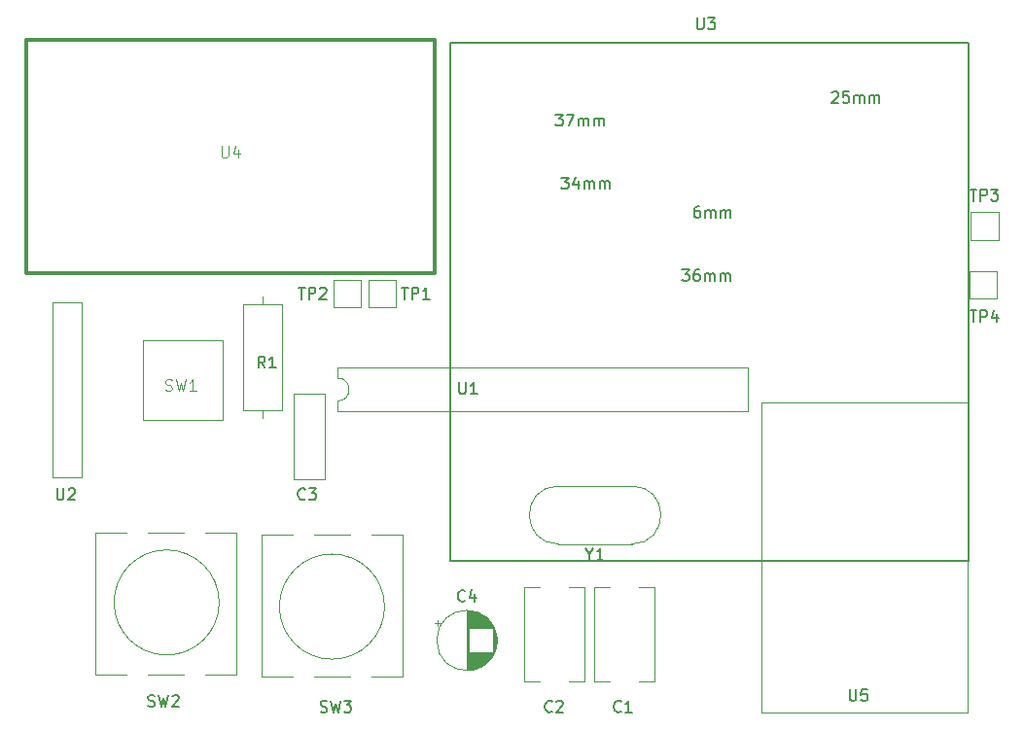
<source format=gto>
%TF.GenerationSoftware,KiCad,Pcbnew,(7.0.0)*%
%TF.CreationDate,2023-05-07T18:54:43+02:00*%
%TF.ProjectId,balance_ruche,62616c61-6e63-4655-9f72-756368652e6b,V1.0*%
%TF.SameCoordinates,Original*%
%TF.FileFunction,Legend,Top*%
%TF.FilePolarity,Positive*%
%FSLAX46Y46*%
G04 Gerber Fmt 4.6, Leading zero omitted, Abs format (unit mm)*
G04 Created by KiCad (PCBNEW (7.0.0)) date 2023-05-07 18:54:43*
%MOMM*%
%LPD*%
G01*
G04 APERTURE LIST*
%ADD10C,0.150000*%
%ADD11C,0.100000*%
%ADD12C,0.120000*%
%ADD13C,0.300000*%
%ADD14C,0.200000*%
G04 APERTURE END LIST*
D10*
X114727476Y-44350619D02*
X114775095Y-44303000D01*
X114775095Y-44303000D02*
X114870333Y-44255380D01*
X114870333Y-44255380D02*
X115108428Y-44255380D01*
X115108428Y-44255380D02*
X115203666Y-44303000D01*
X115203666Y-44303000D02*
X115251285Y-44350619D01*
X115251285Y-44350619D02*
X115298904Y-44445857D01*
X115298904Y-44445857D02*
X115298904Y-44541095D01*
X115298904Y-44541095D02*
X115251285Y-44683952D01*
X115251285Y-44683952D02*
X114679857Y-45255380D01*
X114679857Y-45255380D02*
X115298904Y-45255380D01*
X116203666Y-44255380D02*
X115727476Y-44255380D01*
X115727476Y-44255380D02*
X115679857Y-44731571D01*
X115679857Y-44731571D02*
X115727476Y-44683952D01*
X115727476Y-44683952D02*
X115822714Y-44636333D01*
X115822714Y-44636333D02*
X116060809Y-44636333D01*
X116060809Y-44636333D02*
X116156047Y-44683952D01*
X116156047Y-44683952D02*
X116203666Y-44731571D01*
X116203666Y-44731571D02*
X116251285Y-44826809D01*
X116251285Y-44826809D02*
X116251285Y-45064904D01*
X116251285Y-45064904D02*
X116203666Y-45160142D01*
X116203666Y-45160142D02*
X116156047Y-45207761D01*
X116156047Y-45207761D02*
X116060809Y-45255380D01*
X116060809Y-45255380D02*
X115822714Y-45255380D01*
X115822714Y-45255380D02*
X115727476Y-45207761D01*
X115727476Y-45207761D02*
X115679857Y-45160142D01*
X116679857Y-45255380D02*
X116679857Y-44588714D01*
X116679857Y-44683952D02*
X116727476Y-44636333D01*
X116727476Y-44636333D02*
X116822714Y-44588714D01*
X116822714Y-44588714D02*
X116965571Y-44588714D01*
X116965571Y-44588714D02*
X117060809Y-44636333D01*
X117060809Y-44636333D02*
X117108428Y-44731571D01*
X117108428Y-44731571D02*
X117108428Y-45255380D01*
X117108428Y-44731571D02*
X117156047Y-44636333D01*
X117156047Y-44636333D02*
X117251285Y-44588714D01*
X117251285Y-44588714D02*
X117394142Y-44588714D01*
X117394142Y-44588714D02*
X117489381Y-44636333D01*
X117489381Y-44636333D02*
X117537000Y-44731571D01*
X117537000Y-44731571D02*
X117537000Y-45255380D01*
X118013190Y-45255380D02*
X118013190Y-44588714D01*
X118013190Y-44683952D02*
X118060809Y-44636333D01*
X118060809Y-44636333D02*
X118156047Y-44588714D01*
X118156047Y-44588714D02*
X118298904Y-44588714D01*
X118298904Y-44588714D02*
X118394142Y-44636333D01*
X118394142Y-44636333D02*
X118441761Y-44731571D01*
X118441761Y-44731571D02*
X118441761Y-45255380D01*
X118441761Y-44731571D02*
X118489380Y-44636333D01*
X118489380Y-44636333D02*
X118584618Y-44588714D01*
X118584618Y-44588714D02*
X118727475Y-44588714D01*
X118727475Y-44588714D02*
X118822714Y-44636333D01*
X118822714Y-44636333D02*
X118870333Y-44731571D01*
X118870333Y-44731571D02*
X118870333Y-45255380D01*
X90679857Y-46255380D02*
X91298904Y-46255380D01*
X91298904Y-46255380D02*
X90965571Y-46636333D01*
X90965571Y-46636333D02*
X91108428Y-46636333D01*
X91108428Y-46636333D02*
X91203666Y-46683952D01*
X91203666Y-46683952D02*
X91251285Y-46731571D01*
X91251285Y-46731571D02*
X91298904Y-46826809D01*
X91298904Y-46826809D02*
X91298904Y-47064904D01*
X91298904Y-47064904D02*
X91251285Y-47160142D01*
X91251285Y-47160142D02*
X91203666Y-47207761D01*
X91203666Y-47207761D02*
X91108428Y-47255380D01*
X91108428Y-47255380D02*
X90822714Y-47255380D01*
X90822714Y-47255380D02*
X90727476Y-47207761D01*
X90727476Y-47207761D02*
X90679857Y-47160142D01*
X91632238Y-46255380D02*
X92298904Y-46255380D01*
X92298904Y-46255380D02*
X91870333Y-47255380D01*
X92679857Y-47255380D02*
X92679857Y-46588714D01*
X92679857Y-46683952D02*
X92727476Y-46636333D01*
X92727476Y-46636333D02*
X92822714Y-46588714D01*
X92822714Y-46588714D02*
X92965571Y-46588714D01*
X92965571Y-46588714D02*
X93060809Y-46636333D01*
X93060809Y-46636333D02*
X93108428Y-46731571D01*
X93108428Y-46731571D02*
X93108428Y-47255380D01*
X93108428Y-46731571D02*
X93156047Y-46636333D01*
X93156047Y-46636333D02*
X93251285Y-46588714D01*
X93251285Y-46588714D02*
X93394142Y-46588714D01*
X93394142Y-46588714D02*
X93489381Y-46636333D01*
X93489381Y-46636333D02*
X93537000Y-46731571D01*
X93537000Y-46731571D02*
X93537000Y-47255380D01*
X94013190Y-47255380D02*
X94013190Y-46588714D01*
X94013190Y-46683952D02*
X94060809Y-46636333D01*
X94060809Y-46636333D02*
X94156047Y-46588714D01*
X94156047Y-46588714D02*
X94298904Y-46588714D01*
X94298904Y-46588714D02*
X94394142Y-46636333D01*
X94394142Y-46636333D02*
X94441761Y-46731571D01*
X94441761Y-46731571D02*
X94441761Y-47255380D01*
X94441761Y-46731571D02*
X94489380Y-46636333D01*
X94489380Y-46636333D02*
X94584618Y-46588714D01*
X94584618Y-46588714D02*
X94727475Y-46588714D01*
X94727475Y-46588714D02*
X94822714Y-46636333D01*
X94822714Y-46636333D02*
X94870333Y-46731571D01*
X94870333Y-46731571D02*
X94870333Y-47255380D01*
X91179857Y-51755380D02*
X91798904Y-51755380D01*
X91798904Y-51755380D02*
X91465571Y-52136333D01*
X91465571Y-52136333D02*
X91608428Y-52136333D01*
X91608428Y-52136333D02*
X91703666Y-52183952D01*
X91703666Y-52183952D02*
X91751285Y-52231571D01*
X91751285Y-52231571D02*
X91798904Y-52326809D01*
X91798904Y-52326809D02*
X91798904Y-52564904D01*
X91798904Y-52564904D02*
X91751285Y-52660142D01*
X91751285Y-52660142D02*
X91703666Y-52707761D01*
X91703666Y-52707761D02*
X91608428Y-52755380D01*
X91608428Y-52755380D02*
X91322714Y-52755380D01*
X91322714Y-52755380D02*
X91227476Y-52707761D01*
X91227476Y-52707761D02*
X91179857Y-52660142D01*
X92656047Y-52088714D02*
X92656047Y-52755380D01*
X92417952Y-51707761D02*
X92179857Y-52422047D01*
X92179857Y-52422047D02*
X92798904Y-52422047D01*
X93179857Y-52755380D02*
X93179857Y-52088714D01*
X93179857Y-52183952D02*
X93227476Y-52136333D01*
X93227476Y-52136333D02*
X93322714Y-52088714D01*
X93322714Y-52088714D02*
X93465571Y-52088714D01*
X93465571Y-52088714D02*
X93560809Y-52136333D01*
X93560809Y-52136333D02*
X93608428Y-52231571D01*
X93608428Y-52231571D02*
X93608428Y-52755380D01*
X93608428Y-52231571D02*
X93656047Y-52136333D01*
X93656047Y-52136333D02*
X93751285Y-52088714D01*
X93751285Y-52088714D02*
X93894142Y-52088714D01*
X93894142Y-52088714D02*
X93989381Y-52136333D01*
X93989381Y-52136333D02*
X94037000Y-52231571D01*
X94037000Y-52231571D02*
X94037000Y-52755380D01*
X94513190Y-52755380D02*
X94513190Y-52088714D01*
X94513190Y-52183952D02*
X94560809Y-52136333D01*
X94560809Y-52136333D02*
X94656047Y-52088714D01*
X94656047Y-52088714D02*
X94798904Y-52088714D01*
X94798904Y-52088714D02*
X94894142Y-52136333D01*
X94894142Y-52136333D02*
X94941761Y-52231571D01*
X94941761Y-52231571D02*
X94941761Y-52755380D01*
X94941761Y-52231571D02*
X94989380Y-52136333D01*
X94989380Y-52136333D02*
X95084618Y-52088714D01*
X95084618Y-52088714D02*
X95227475Y-52088714D01*
X95227475Y-52088714D02*
X95322714Y-52136333D01*
X95322714Y-52136333D02*
X95370333Y-52231571D01*
X95370333Y-52231571D02*
X95370333Y-52755380D01*
X103203666Y-54255380D02*
X103013190Y-54255380D01*
X103013190Y-54255380D02*
X102917952Y-54303000D01*
X102917952Y-54303000D02*
X102870333Y-54350619D01*
X102870333Y-54350619D02*
X102775095Y-54493476D01*
X102775095Y-54493476D02*
X102727476Y-54683952D01*
X102727476Y-54683952D02*
X102727476Y-55064904D01*
X102727476Y-55064904D02*
X102775095Y-55160142D01*
X102775095Y-55160142D02*
X102822714Y-55207761D01*
X102822714Y-55207761D02*
X102917952Y-55255380D01*
X102917952Y-55255380D02*
X103108428Y-55255380D01*
X103108428Y-55255380D02*
X103203666Y-55207761D01*
X103203666Y-55207761D02*
X103251285Y-55160142D01*
X103251285Y-55160142D02*
X103298904Y-55064904D01*
X103298904Y-55064904D02*
X103298904Y-54826809D01*
X103298904Y-54826809D02*
X103251285Y-54731571D01*
X103251285Y-54731571D02*
X103203666Y-54683952D01*
X103203666Y-54683952D02*
X103108428Y-54636333D01*
X103108428Y-54636333D02*
X102917952Y-54636333D01*
X102917952Y-54636333D02*
X102822714Y-54683952D01*
X102822714Y-54683952D02*
X102775095Y-54731571D01*
X102775095Y-54731571D02*
X102727476Y-54826809D01*
X103727476Y-55255380D02*
X103727476Y-54588714D01*
X103727476Y-54683952D02*
X103775095Y-54636333D01*
X103775095Y-54636333D02*
X103870333Y-54588714D01*
X103870333Y-54588714D02*
X104013190Y-54588714D01*
X104013190Y-54588714D02*
X104108428Y-54636333D01*
X104108428Y-54636333D02*
X104156047Y-54731571D01*
X104156047Y-54731571D02*
X104156047Y-55255380D01*
X104156047Y-54731571D02*
X104203666Y-54636333D01*
X104203666Y-54636333D02*
X104298904Y-54588714D01*
X104298904Y-54588714D02*
X104441761Y-54588714D01*
X104441761Y-54588714D02*
X104537000Y-54636333D01*
X104537000Y-54636333D02*
X104584619Y-54731571D01*
X104584619Y-54731571D02*
X104584619Y-55255380D01*
X105060809Y-55255380D02*
X105060809Y-54588714D01*
X105060809Y-54683952D02*
X105108428Y-54636333D01*
X105108428Y-54636333D02*
X105203666Y-54588714D01*
X105203666Y-54588714D02*
X105346523Y-54588714D01*
X105346523Y-54588714D02*
X105441761Y-54636333D01*
X105441761Y-54636333D02*
X105489380Y-54731571D01*
X105489380Y-54731571D02*
X105489380Y-55255380D01*
X105489380Y-54731571D02*
X105536999Y-54636333D01*
X105536999Y-54636333D02*
X105632237Y-54588714D01*
X105632237Y-54588714D02*
X105775094Y-54588714D01*
X105775094Y-54588714D02*
X105870333Y-54636333D01*
X105870333Y-54636333D02*
X105917952Y-54731571D01*
X105917952Y-54731571D02*
X105917952Y-55255380D01*
X101679857Y-59755380D02*
X102298904Y-59755380D01*
X102298904Y-59755380D02*
X101965571Y-60136333D01*
X101965571Y-60136333D02*
X102108428Y-60136333D01*
X102108428Y-60136333D02*
X102203666Y-60183952D01*
X102203666Y-60183952D02*
X102251285Y-60231571D01*
X102251285Y-60231571D02*
X102298904Y-60326809D01*
X102298904Y-60326809D02*
X102298904Y-60564904D01*
X102298904Y-60564904D02*
X102251285Y-60660142D01*
X102251285Y-60660142D02*
X102203666Y-60707761D01*
X102203666Y-60707761D02*
X102108428Y-60755380D01*
X102108428Y-60755380D02*
X101822714Y-60755380D01*
X101822714Y-60755380D02*
X101727476Y-60707761D01*
X101727476Y-60707761D02*
X101679857Y-60660142D01*
X103156047Y-59755380D02*
X102965571Y-59755380D01*
X102965571Y-59755380D02*
X102870333Y-59803000D01*
X102870333Y-59803000D02*
X102822714Y-59850619D01*
X102822714Y-59850619D02*
X102727476Y-59993476D01*
X102727476Y-59993476D02*
X102679857Y-60183952D01*
X102679857Y-60183952D02*
X102679857Y-60564904D01*
X102679857Y-60564904D02*
X102727476Y-60660142D01*
X102727476Y-60660142D02*
X102775095Y-60707761D01*
X102775095Y-60707761D02*
X102870333Y-60755380D01*
X102870333Y-60755380D02*
X103060809Y-60755380D01*
X103060809Y-60755380D02*
X103156047Y-60707761D01*
X103156047Y-60707761D02*
X103203666Y-60660142D01*
X103203666Y-60660142D02*
X103251285Y-60564904D01*
X103251285Y-60564904D02*
X103251285Y-60326809D01*
X103251285Y-60326809D02*
X103203666Y-60231571D01*
X103203666Y-60231571D02*
X103156047Y-60183952D01*
X103156047Y-60183952D02*
X103060809Y-60136333D01*
X103060809Y-60136333D02*
X102870333Y-60136333D01*
X102870333Y-60136333D02*
X102775095Y-60183952D01*
X102775095Y-60183952D02*
X102727476Y-60231571D01*
X102727476Y-60231571D02*
X102679857Y-60326809D01*
X103679857Y-60755380D02*
X103679857Y-60088714D01*
X103679857Y-60183952D02*
X103727476Y-60136333D01*
X103727476Y-60136333D02*
X103822714Y-60088714D01*
X103822714Y-60088714D02*
X103965571Y-60088714D01*
X103965571Y-60088714D02*
X104060809Y-60136333D01*
X104060809Y-60136333D02*
X104108428Y-60231571D01*
X104108428Y-60231571D02*
X104108428Y-60755380D01*
X104108428Y-60231571D02*
X104156047Y-60136333D01*
X104156047Y-60136333D02*
X104251285Y-60088714D01*
X104251285Y-60088714D02*
X104394142Y-60088714D01*
X104394142Y-60088714D02*
X104489381Y-60136333D01*
X104489381Y-60136333D02*
X104537000Y-60231571D01*
X104537000Y-60231571D02*
X104537000Y-60755380D01*
X105013190Y-60755380D02*
X105013190Y-60088714D01*
X105013190Y-60183952D02*
X105060809Y-60136333D01*
X105060809Y-60136333D02*
X105156047Y-60088714D01*
X105156047Y-60088714D02*
X105298904Y-60088714D01*
X105298904Y-60088714D02*
X105394142Y-60136333D01*
X105394142Y-60136333D02*
X105441761Y-60231571D01*
X105441761Y-60231571D02*
X105441761Y-60755380D01*
X105441761Y-60231571D02*
X105489380Y-60136333D01*
X105489380Y-60136333D02*
X105584618Y-60088714D01*
X105584618Y-60088714D02*
X105727475Y-60088714D01*
X105727475Y-60088714D02*
X105822714Y-60136333D01*
X105822714Y-60136333D02*
X105870333Y-60231571D01*
X105870333Y-60231571D02*
X105870333Y-60755380D01*
%TO.C,TP4*%
X126775095Y-63340380D02*
X127346523Y-63340380D01*
X127060809Y-64340380D02*
X127060809Y-63340380D01*
X127679857Y-64340380D02*
X127679857Y-63340380D01*
X127679857Y-63340380D02*
X128060809Y-63340380D01*
X128060809Y-63340380D02*
X128156047Y-63388000D01*
X128156047Y-63388000D02*
X128203666Y-63435619D01*
X128203666Y-63435619D02*
X128251285Y-63530857D01*
X128251285Y-63530857D02*
X128251285Y-63673714D01*
X128251285Y-63673714D02*
X128203666Y-63768952D01*
X128203666Y-63768952D02*
X128156047Y-63816571D01*
X128156047Y-63816571D02*
X128060809Y-63864190D01*
X128060809Y-63864190D02*
X127679857Y-63864190D01*
X129108428Y-63673714D02*
X129108428Y-64340380D01*
X128870333Y-63292761D02*
X128632238Y-64007047D01*
X128632238Y-64007047D02*
X129251285Y-64007047D01*
%TO.C,TP3*%
X126775095Y-52790380D02*
X127346523Y-52790380D01*
X127060809Y-53790380D02*
X127060809Y-52790380D01*
X127679857Y-53790380D02*
X127679857Y-52790380D01*
X127679857Y-52790380D02*
X128060809Y-52790380D01*
X128060809Y-52790380D02*
X128156047Y-52838000D01*
X128156047Y-52838000D02*
X128203666Y-52885619D01*
X128203666Y-52885619D02*
X128251285Y-52980857D01*
X128251285Y-52980857D02*
X128251285Y-53123714D01*
X128251285Y-53123714D02*
X128203666Y-53218952D01*
X128203666Y-53218952D02*
X128156047Y-53266571D01*
X128156047Y-53266571D02*
X128060809Y-53314190D01*
X128060809Y-53314190D02*
X127679857Y-53314190D01*
X128584619Y-52790380D02*
X129203666Y-52790380D01*
X129203666Y-52790380D02*
X128870333Y-53171333D01*
X128870333Y-53171333D02*
X129013190Y-53171333D01*
X129013190Y-53171333D02*
X129108428Y-53218952D01*
X129108428Y-53218952D02*
X129156047Y-53266571D01*
X129156047Y-53266571D02*
X129203666Y-53361809D01*
X129203666Y-53361809D02*
X129203666Y-53599904D01*
X129203666Y-53599904D02*
X129156047Y-53695142D01*
X129156047Y-53695142D02*
X129108428Y-53742761D01*
X129108428Y-53742761D02*
X129013190Y-53790380D01*
X129013190Y-53790380D02*
X128727476Y-53790380D01*
X128727476Y-53790380D02*
X128632238Y-53742761D01*
X128632238Y-53742761D02*
X128584619Y-53695142D01*
%TO.C,TP2*%
X68287095Y-61340380D02*
X68858523Y-61340380D01*
X68572809Y-62340380D02*
X68572809Y-61340380D01*
X69191857Y-62340380D02*
X69191857Y-61340380D01*
X69191857Y-61340380D02*
X69572809Y-61340380D01*
X69572809Y-61340380D02*
X69668047Y-61388000D01*
X69668047Y-61388000D02*
X69715666Y-61435619D01*
X69715666Y-61435619D02*
X69763285Y-61530857D01*
X69763285Y-61530857D02*
X69763285Y-61673714D01*
X69763285Y-61673714D02*
X69715666Y-61768952D01*
X69715666Y-61768952D02*
X69668047Y-61816571D01*
X69668047Y-61816571D02*
X69572809Y-61864190D01*
X69572809Y-61864190D02*
X69191857Y-61864190D01*
X70144238Y-61435619D02*
X70191857Y-61388000D01*
X70191857Y-61388000D02*
X70287095Y-61340380D01*
X70287095Y-61340380D02*
X70525190Y-61340380D01*
X70525190Y-61340380D02*
X70620428Y-61388000D01*
X70620428Y-61388000D02*
X70668047Y-61435619D01*
X70668047Y-61435619D02*
X70715666Y-61530857D01*
X70715666Y-61530857D02*
X70715666Y-61626095D01*
X70715666Y-61626095D02*
X70668047Y-61768952D01*
X70668047Y-61768952D02*
X70096619Y-62340380D01*
X70096619Y-62340380D02*
X70715666Y-62340380D01*
%TO.C,TP1*%
X77275095Y-61340380D02*
X77846523Y-61340380D01*
X77560809Y-62340380D02*
X77560809Y-61340380D01*
X78179857Y-62340380D02*
X78179857Y-61340380D01*
X78179857Y-61340380D02*
X78560809Y-61340380D01*
X78560809Y-61340380D02*
X78656047Y-61388000D01*
X78656047Y-61388000D02*
X78703666Y-61435619D01*
X78703666Y-61435619D02*
X78751285Y-61530857D01*
X78751285Y-61530857D02*
X78751285Y-61673714D01*
X78751285Y-61673714D02*
X78703666Y-61768952D01*
X78703666Y-61768952D02*
X78656047Y-61816571D01*
X78656047Y-61816571D02*
X78560809Y-61864190D01*
X78560809Y-61864190D02*
X78179857Y-61864190D01*
X79703666Y-62340380D02*
X79132238Y-62340380D01*
X79417952Y-62340380D02*
X79417952Y-61340380D01*
X79417952Y-61340380D02*
X79322714Y-61483238D01*
X79322714Y-61483238D02*
X79227476Y-61578476D01*
X79227476Y-61578476D02*
X79132238Y-61626095D01*
%TO.C,C3*%
X68870333Y-79745142D02*
X68822714Y-79792761D01*
X68822714Y-79792761D02*
X68679857Y-79840380D01*
X68679857Y-79840380D02*
X68584619Y-79840380D01*
X68584619Y-79840380D02*
X68441762Y-79792761D01*
X68441762Y-79792761D02*
X68346524Y-79697523D01*
X68346524Y-79697523D02*
X68298905Y-79602285D01*
X68298905Y-79602285D02*
X68251286Y-79411809D01*
X68251286Y-79411809D02*
X68251286Y-79268952D01*
X68251286Y-79268952D02*
X68298905Y-79078476D01*
X68298905Y-79078476D02*
X68346524Y-78983238D01*
X68346524Y-78983238D02*
X68441762Y-78888000D01*
X68441762Y-78888000D02*
X68584619Y-78840380D01*
X68584619Y-78840380D02*
X68679857Y-78840380D01*
X68679857Y-78840380D02*
X68822714Y-78888000D01*
X68822714Y-78888000D02*
X68870333Y-78935619D01*
X69203667Y-78840380D02*
X69822714Y-78840380D01*
X69822714Y-78840380D02*
X69489381Y-79221333D01*
X69489381Y-79221333D02*
X69632238Y-79221333D01*
X69632238Y-79221333D02*
X69727476Y-79268952D01*
X69727476Y-79268952D02*
X69775095Y-79316571D01*
X69775095Y-79316571D02*
X69822714Y-79411809D01*
X69822714Y-79411809D02*
X69822714Y-79649904D01*
X69822714Y-79649904D02*
X69775095Y-79745142D01*
X69775095Y-79745142D02*
X69727476Y-79792761D01*
X69727476Y-79792761D02*
X69632238Y-79840380D01*
X69632238Y-79840380D02*
X69346524Y-79840380D01*
X69346524Y-79840380D02*
X69251286Y-79792761D01*
X69251286Y-79792761D02*
X69203667Y-79745142D01*
%TO.C,R1*%
X65370333Y-68340380D02*
X65037000Y-67864190D01*
X64798905Y-68340380D02*
X64798905Y-67340380D01*
X64798905Y-67340380D02*
X65179857Y-67340380D01*
X65179857Y-67340380D02*
X65275095Y-67388000D01*
X65275095Y-67388000D02*
X65322714Y-67435619D01*
X65322714Y-67435619D02*
X65370333Y-67530857D01*
X65370333Y-67530857D02*
X65370333Y-67673714D01*
X65370333Y-67673714D02*
X65322714Y-67768952D01*
X65322714Y-67768952D02*
X65275095Y-67816571D01*
X65275095Y-67816571D02*
X65179857Y-67864190D01*
X65179857Y-67864190D02*
X64798905Y-67864190D01*
X66322714Y-68340380D02*
X65751286Y-68340380D01*
X66037000Y-68340380D02*
X66037000Y-67340380D01*
X66037000Y-67340380D02*
X65941762Y-67483238D01*
X65941762Y-67483238D02*
X65846524Y-67578476D01*
X65846524Y-67578476D02*
X65751286Y-67626095D01*
%TO.C,C4*%
X82784333Y-88597142D02*
X82736714Y-88644761D01*
X82736714Y-88644761D02*
X82593857Y-88692380D01*
X82593857Y-88692380D02*
X82498619Y-88692380D01*
X82498619Y-88692380D02*
X82355762Y-88644761D01*
X82355762Y-88644761D02*
X82260524Y-88549523D01*
X82260524Y-88549523D02*
X82212905Y-88454285D01*
X82212905Y-88454285D02*
X82165286Y-88263809D01*
X82165286Y-88263809D02*
X82165286Y-88120952D01*
X82165286Y-88120952D02*
X82212905Y-87930476D01*
X82212905Y-87930476D02*
X82260524Y-87835238D01*
X82260524Y-87835238D02*
X82355762Y-87740000D01*
X82355762Y-87740000D02*
X82498619Y-87692380D01*
X82498619Y-87692380D02*
X82593857Y-87692380D01*
X82593857Y-87692380D02*
X82736714Y-87740000D01*
X82736714Y-87740000D02*
X82784333Y-87787619D01*
X83641476Y-88025714D02*
X83641476Y-88692380D01*
X83403381Y-87644761D02*
X83165286Y-88359047D01*
X83165286Y-88359047D02*
X83784333Y-88359047D01*
%TO.C,U2*%
X47275095Y-78840380D02*
X47275095Y-79649904D01*
X47275095Y-79649904D02*
X47322714Y-79745142D01*
X47322714Y-79745142D02*
X47370333Y-79792761D01*
X47370333Y-79792761D02*
X47465571Y-79840380D01*
X47465571Y-79840380D02*
X47656047Y-79840380D01*
X47656047Y-79840380D02*
X47751285Y-79792761D01*
X47751285Y-79792761D02*
X47798904Y-79745142D01*
X47798904Y-79745142D02*
X47846523Y-79649904D01*
X47846523Y-79649904D02*
X47846523Y-78840380D01*
X48275095Y-78935619D02*
X48322714Y-78888000D01*
X48322714Y-78888000D02*
X48417952Y-78840380D01*
X48417952Y-78840380D02*
X48656047Y-78840380D01*
X48656047Y-78840380D02*
X48751285Y-78888000D01*
X48751285Y-78888000D02*
X48798904Y-78935619D01*
X48798904Y-78935619D02*
X48846523Y-79030857D01*
X48846523Y-79030857D02*
X48846523Y-79126095D01*
X48846523Y-79126095D02*
X48798904Y-79268952D01*
X48798904Y-79268952D02*
X48227476Y-79840380D01*
X48227476Y-79840380D02*
X48846523Y-79840380D01*
D11*
%TO.C,SW1*%
X56703667Y-70292761D02*
X56846524Y-70340380D01*
X56846524Y-70340380D02*
X57084619Y-70340380D01*
X57084619Y-70340380D02*
X57179857Y-70292761D01*
X57179857Y-70292761D02*
X57227476Y-70245142D01*
X57227476Y-70245142D02*
X57275095Y-70149904D01*
X57275095Y-70149904D02*
X57275095Y-70054666D01*
X57275095Y-70054666D02*
X57227476Y-69959428D01*
X57227476Y-69959428D02*
X57179857Y-69911809D01*
X57179857Y-69911809D02*
X57084619Y-69864190D01*
X57084619Y-69864190D02*
X56894143Y-69816571D01*
X56894143Y-69816571D02*
X56798905Y-69768952D01*
X56798905Y-69768952D02*
X56751286Y-69721333D01*
X56751286Y-69721333D02*
X56703667Y-69626095D01*
X56703667Y-69626095D02*
X56703667Y-69530857D01*
X56703667Y-69530857D02*
X56751286Y-69435619D01*
X56751286Y-69435619D02*
X56798905Y-69388000D01*
X56798905Y-69388000D02*
X56894143Y-69340380D01*
X56894143Y-69340380D02*
X57132238Y-69340380D01*
X57132238Y-69340380D02*
X57275095Y-69388000D01*
X57608429Y-69340380D02*
X57846524Y-70340380D01*
X57846524Y-70340380D02*
X58037000Y-69626095D01*
X58037000Y-69626095D02*
X58227476Y-70340380D01*
X58227476Y-70340380D02*
X58465572Y-69340380D01*
X59370333Y-70340380D02*
X58798905Y-70340380D01*
X59084619Y-70340380D02*
X59084619Y-69340380D01*
X59084619Y-69340380D02*
X58989381Y-69483238D01*
X58989381Y-69483238D02*
X58894143Y-69578476D01*
X58894143Y-69578476D02*
X58798905Y-69626095D01*
D10*
%TO.C,C2*%
X90370333Y-98245142D02*
X90322714Y-98292761D01*
X90322714Y-98292761D02*
X90179857Y-98340380D01*
X90179857Y-98340380D02*
X90084619Y-98340380D01*
X90084619Y-98340380D02*
X89941762Y-98292761D01*
X89941762Y-98292761D02*
X89846524Y-98197523D01*
X89846524Y-98197523D02*
X89798905Y-98102285D01*
X89798905Y-98102285D02*
X89751286Y-97911809D01*
X89751286Y-97911809D02*
X89751286Y-97768952D01*
X89751286Y-97768952D02*
X89798905Y-97578476D01*
X89798905Y-97578476D02*
X89846524Y-97483238D01*
X89846524Y-97483238D02*
X89941762Y-97388000D01*
X89941762Y-97388000D02*
X90084619Y-97340380D01*
X90084619Y-97340380D02*
X90179857Y-97340380D01*
X90179857Y-97340380D02*
X90322714Y-97388000D01*
X90322714Y-97388000D02*
X90370333Y-97435619D01*
X90751286Y-97435619D02*
X90798905Y-97388000D01*
X90798905Y-97388000D02*
X90894143Y-97340380D01*
X90894143Y-97340380D02*
X91132238Y-97340380D01*
X91132238Y-97340380D02*
X91227476Y-97388000D01*
X91227476Y-97388000D02*
X91275095Y-97435619D01*
X91275095Y-97435619D02*
X91322714Y-97530857D01*
X91322714Y-97530857D02*
X91322714Y-97626095D01*
X91322714Y-97626095D02*
X91275095Y-97768952D01*
X91275095Y-97768952D02*
X90703667Y-98340380D01*
X90703667Y-98340380D02*
X91322714Y-98340380D01*
%TO.C,C1*%
X96370333Y-98245142D02*
X96322714Y-98292761D01*
X96322714Y-98292761D02*
X96179857Y-98340380D01*
X96179857Y-98340380D02*
X96084619Y-98340380D01*
X96084619Y-98340380D02*
X95941762Y-98292761D01*
X95941762Y-98292761D02*
X95846524Y-98197523D01*
X95846524Y-98197523D02*
X95798905Y-98102285D01*
X95798905Y-98102285D02*
X95751286Y-97911809D01*
X95751286Y-97911809D02*
X95751286Y-97768952D01*
X95751286Y-97768952D02*
X95798905Y-97578476D01*
X95798905Y-97578476D02*
X95846524Y-97483238D01*
X95846524Y-97483238D02*
X95941762Y-97388000D01*
X95941762Y-97388000D02*
X96084619Y-97340380D01*
X96084619Y-97340380D02*
X96179857Y-97340380D01*
X96179857Y-97340380D02*
X96322714Y-97388000D01*
X96322714Y-97388000D02*
X96370333Y-97435619D01*
X97322714Y-98340380D02*
X96751286Y-98340380D01*
X97037000Y-98340380D02*
X97037000Y-97340380D01*
X97037000Y-97340380D02*
X96941762Y-97483238D01*
X96941762Y-97483238D02*
X96846524Y-97578476D01*
X96846524Y-97578476D02*
X96751286Y-97626095D01*
D11*
%TO.C,U4*%
X61595095Y-49024380D02*
X61595095Y-49833904D01*
X61595095Y-49833904D02*
X61642714Y-49929142D01*
X61642714Y-49929142D02*
X61690333Y-49976761D01*
X61690333Y-49976761D02*
X61785571Y-50024380D01*
X61785571Y-50024380D02*
X61976047Y-50024380D01*
X61976047Y-50024380D02*
X62071285Y-49976761D01*
X62071285Y-49976761D02*
X62118904Y-49929142D01*
X62118904Y-49929142D02*
X62166523Y-49833904D01*
X62166523Y-49833904D02*
X62166523Y-49024380D01*
X63071285Y-49357714D02*
X63071285Y-50024380D01*
X62833190Y-48976761D02*
X62595095Y-49691047D01*
X62595095Y-49691047D02*
X63214142Y-49691047D01*
D10*
%TO.C,U3*%
X102997095Y-37848380D02*
X102997095Y-38657904D01*
X102997095Y-38657904D02*
X103044714Y-38753142D01*
X103044714Y-38753142D02*
X103092333Y-38800761D01*
X103092333Y-38800761D02*
X103187571Y-38848380D01*
X103187571Y-38848380D02*
X103378047Y-38848380D01*
X103378047Y-38848380D02*
X103473285Y-38800761D01*
X103473285Y-38800761D02*
X103520904Y-38753142D01*
X103520904Y-38753142D02*
X103568523Y-38657904D01*
X103568523Y-38657904D02*
X103568523Y-37848380D01*
X103949476Y-37848380D02*
X104568523Y-37848380D01*
X104568523Y-37848380D02*
X104235190Y-38229333D01*
X104235190Y-38229333D02*
X104378047Y-38229333D01*
X104378047Y-38229333D02*
X104473285Y-38276952D01*
X104473285Y-38276952D02*
X104520904Y-38324571D01*
X104520904Y-38324571D02*
X104568523Y-38419809D01*
X104568523Y-38419809D02*
X104568523Y-38657904D01*
X104568523Y-38657904D02*
X104520904Y-38753142D01*
X104520904Y-38753142D02*
X104473285Y-38800761D01*
X104473285Y-38800761D02*
X104378047Y-38848380D01*
X104378047Y-38848380D02*
X104092333Y-38848380D01*
X104092333Y-38848380D02*
X103997095Y-38800761D01*
X103997095Y-38800761D02*
X103949476Y-38753142D01*
%TO.C,SW2*%
X55203667Y-97792761D02*
X55346524Y-97840380D01*
X55346524Y-97840380D02*
X55584619Y-97840380D01*
X55584619Y-97840380D02*
X55679857Y-97792761D01*
X55679857Y-97792761D02*
X55727476Y-97745142D01*
X55727476Y-97745142D02*
X55775095Y-97649904D01*
X55775095Y-97649904D02*
X55775095Y-97554666D01*
X55775095Y-97554666D02*
X55727476Y-97459428D01*
X55727476Y-97459428D02*
X55679857Y-97411809D01*
X55679857Y-97411809D02*
X55584619Y-97364190D01*
X55584619Y-97364190D02*
X55394143Y-97316571D01*
X55394143Y-97316571D02*
X55298905Y-97268952D01*
X55298905Y-97268952D02*
X55251286Y-97221333D01*
X55251286Y-97221333D02*
X55203667Y-97126095D01*
X55203667Y-97126095D02*
X55203667Y-97030857D01*
X55203667Y-97030857D02*
X55251286Y-96935619D01*
X55251286Y-96935619D02*
X55298905Y-96888000D01*
X55298905Y-96888000D02*
X55394143Y-96840380D01*
X55394143Y-96840380D02*
X55632238Y-96840380D01*
X55632238Y-96840380D02*
X55775095Y-96888000D01*
X56108429Y-96840380D02*
X56346524Y-97840380D01*
X56346524Y-97840380D02*
X56537000Y-97126095D01*
X56537000Y-97126095D02*
X56727476Y-97840380D01*
X56727476Y-97840380D02*
X56965572Y-96840380D01*
X57298905Y-96935619D02*
X57346524Y-96888000D01*
X57346524Y-96888000D02*
X57441762Y-96840380D01*
X57441762Y-96840380D02*
X57679857Y-96840380D01*
X57679857Y-96840380D02*
X57775095Y-96888000D01*
X57775095Y-96888000D02*
X57822714Y-96935619D01*
X57822714Y-96935619D02*
X57870333Y-97030857D01*
X57870333Y-97030857D02*
X57870333Y-97126095D01*
X57870333Y-97126095D02*
X57822714Y-97268952D01*
X57822714Y-97268952D02*
X57251286Y-97840380D01*
X57251286Y-97840380D02*
X57870333Y-97840380D01*
%TO.C,SW3*%
X70203667Y-98292761D02*
X70346524Y-98340380D01*
X70346524Y-98340380D02*
X70584619Y-98340380D01*
X70584619Y-98340380D02*
X70679857Y-98292761D01*
X70679857Y-98292761D02*
X70727476Y-98245142D01*
X70727476Y-98245142D02*
X70775095Y-98149904D01*
X70775095Y-98149904D02*
X70775095Y-98054666D01*
X70775095Y-98054666D02*
X70727476Y-97959428D01*
X70727476Y-97959428D02*
X70679857Y-97911809D01*
X70679857Y-97911809D02*
X70584619Y-97864190D01*
X70584619Y-97864190D02*
X70394143Y-97816571D01*
X70394143Y-97816571D02*
X70298905Y-97768952D01*
X70298905Y-97768952D02*
X70251286Y-97721333D01*
X70251286Y-97721333D02*
X70203667Y-97626095D01*
X70203667Y-97626095D02*
X70203667Y-97530857D01*
X70203667Y-97530857D02*
X70251286Y-97435619D01*
X70251286Y-97435619D02*
X70298905Y-97388000D01*
X70298905Y-97388000D02*
X70394143Y-97340380D01*
X70394143Y-97340380D02*
X70632238Y-97340380D01*
X70632238Y-97340380D02*
X70775095Y-97388000D01*
X71108429Y-97340380D02*
X71346524Y-98340380D01*
X71346524Y-98340380D02*
X71537000Y-97626095D01*
X71537000Y-97626095D02*
X71727476Y-98340380D01*
X71727476Y-98340380D02*
X71965572Y-97340380D01*
X72251286Y-97340380D02*
X72870333Y-97340380D01*
X72870333Y-97340380D02*
X72537000Y-97721333D01*
X72537000Y-97721333D02*
X72679857Y-97721333D01*
X72679857Y-97721333D02*
X72775095Y-97768952D01*
X72775095Y-97768952D02*
X72822714Y-97816571D01*
X72822714Y-97816571D02*
X72870333Y-97911809D01*
X72870333Y-97911809D02*
X72870333Y-98149904D01*
X72870333Y-98149904D02*
X72822714Y-98245142D01*
X72822714Y-98245142D02*
X72775095Y-98292761D01*
X72775095Y-98292761D02*
X72679857Y-98340380D01*
X72679857Y-98340380D02*
X72394143Y-98340380D01*
X72394143Y-98340380D02*
X72298905Y-98292761D01*
X72298905Y-98292761D02*
X72251286Y-98245142D01*
%TO.C,U1*%
X82275095Y-69598380D02*
X82275095Y-70407904D01*
X82275095Y-70407904D02*
X82322714Y-70503142D01*
X82322714Y-70503142D02*
X82370333Y-70550761D01*
X82370333Y-70550761D02*
X82465571Y-70598380D01*
X82465571Y-70598380D02*
X82656047Y-70598380D01*
X82656047Y-70598380D02*
X82751285Y-70550761D01*
X82751285Y-70550761D02*
X82798904Y-70503142D01*
X82798904Y-70503142D02*
X82846523Y-70407904D01*
X82846523Y-70407904D02*
X82846523Y-69598380D01*
X83846523Y-70598380D02*
X83275095Y-70598380D01*
X83560809Y-70598380D02*
X83560809Y-69598380D01*
X83560809Y-69598380D02*
X83465571Y-69741238D01*
X83465571Y-69741238D02*
X83370333Y-69836476D01*
X83370333Y-69836476D02*
X83275095Y-69884095D01*
%TO.C,U5*%
X116275095Y-96340380D02*
X116275095Y-97149904D01*
X116275095Y-97149904D02*
X116322714Y-97245142D01*
X116322714Y-97245142D02*
X116370333Y-97292761D01*
X116370333Y-97292761D02*
X116465571Y-97340380D01*
X116465571Y-97340380D02*
X116656047Y-97340380D01*
X116656047Y-97340380D02*
X116751285Y-97292761D01*
X116751285Y-97292761D02*
X116798904Y-97245142D01*
X116798904Y-97245142D02*
X116846523Y-97149904D01*
X116846523Y-97149904D02*
X116846523Y-96340380D01*
X117798904Y-96340380D02*
X117322714Y-96340380D01*
X117322714Y-96340380D02*
X117275095Y-96816571D01*
X117275095Y-96816571D02*
X117322714Y-96768952D01*
X117322714Y-96768952D02*
X117417952Y-96721333D01*
X117417952Y-96721333D02*
X117656047Y-96721333D01*
X117656047Y-96721333D02*
X117751285Y-96768952D01*
X117751285Y-96768952D02*
X117798904Y-96816571D01*
X117798904Y-96816571D02*
X117846523Y-96911809D01*
X117846523Y-96911809D02*
X117846523Y-97149904D01*
X117846523Y-97149904D02*
X117798904Y-97245142D01*
X117798904Y-97245142D02*
X117751285Y-97292761D01*
X117751285Y-97292761D02*
X117656047Y-97340380D01*
X117656047Y-97340380D02*
X117417952Y-97340380D01*
X117417952Y-97340380D02*
X117322714Y-97292761D01*
X117322714Y-97292761D02*
X117275095Y-97245142D01*
%TO.C,Y1*%
X93640809Y-84569190D02*
X93640809Y-85045380D01*
X93307476Y-84045380D02*
X93640809Y-84569190D01*
X93640809Y-84569190D02*
X93974142Y-84045380D01*
X94831285Y-85045380D02*
X94259857Y-85045380D01*
X94545571Y-85045380D02*
X94545571Y-84045380D01*
X94545571Y-84045380D02*
X94450333Y-84188238D01*
X94450333Y-84188238D02*
X94355095Y-84283476D01*
X94355095Y-84283476D02*
X94259857Y-84331095D01*
D12*
%TO.C,TP4*%
X126689000Y-62287000D02*
X126689000Y-59887000D01*
X129089000Y-62287000D02*
X126689000Y-62287000D01*
X129089000Y-59887000D02*
X129089000Y-62287000D01*
X126689000Y-59887000D02*
X129089000Y-59887000D01*
%TO.C,TP3*%
X126837000Y-57173000D02*
X126837000Y-54773000D01*
X129237000Y-57173000D02*
X126837000Y-57173000D01*
X129237000Y-54773000D02*
X129237000Y-57173000D01*
X126837000Y-54773000D02*
X129237000Y-54773000D01*
%TO.C,TP2*%
X71337000Y-63049000D02*
X71337000Y-60649000D01*
X73737000Y-63049000D02*
X71337000Y-63049000D01*
X73737000Y-60649000D02*
X73737000Y-63049000D01*
X71337000Y-60649000D02*
X73737000Y-60649000D01*
%TO.C,TP1*%
X74365000Y-63049000D02*
X74365000Y-60649000D01*
X76765000Y-63049000D02*
X74365000Y-63049000D01*
X76765000Y-60649000D02*
X76765000Y-63049000D01*
X74365000Y-60649000D02*
X76765000Y-60649000D01*
%TO.C,C3*%
X70597000Y-70575000D02*
X67857000Y-70575000D01*
X70597000Y-70575000D02*
X70597000Y-78015000D01*
X67857000Y-70575000D02*
X67857000Y-78015000D01*
X70597000Y-78015000D02*
X67857000Y-78015000D01*
%TO.C,R1*%
X65151000Y-62127000D02*
X65151000Y-62817000D01*
X66871000Y-62817000D02*
X63431000Y-62817000D01*
X63431000Y-62817000D02*
X63431000Y-72057000D01*
X66871000Y-72057000D02*
X66871000Y-62817000D01*
X63431000Y-72057000D02*
X66871000Y-72057000D01*
X65151000Y-72747000D02*
X65151000Y-72057000D01*
%TO.C,C4*%
X80146225Y-90600000D02*
X80646225Y-90600000D01*
X80396225Y-90350000D02*
X80396225Y-90850000D01*
X82951000Y-89495000D02*
X82951000Y-94655000D01*
X82991000Y-89495000D02*
X82991000Y-94655000D01*
X83031000Y-89496000D02*
X83031000Y-94654000D01*
X83071000Y-89497000D02*
X83071000Y-94653000D01*
X83111000Y-89499000D02*
X83111000Y-94651000D01*
X83151000Y-89502000D02*
X83151000Y-94648000D01*
X83191000Y-89506000D02*
X83191000Y-91035000D01*
X83191000Y-93115000D02*
X83191000Y-94644000D01*
X83231000Y-89510000D02*
X83231000Y-91035000D01*
X83231000Y-93115000D02*
X83231000Y-94640000D01*
X83271000Y-89514000D02*
X83271000Y-91035000D01*
X83271000Y-93115000D02*
X83271000Y-94636000D01*
X83311000Y-89519000D02*
X83311000Y-91035000D01*
X83311000Y-93115000D02*
X83311000Y-94631000D01*
X83351000Y-89525000D02*
X83351000Y-91035000D01*
X83351000Y-93115000D02*
X83351000Y-94625000D01*
X83391000Y-89532000D02*
X83391000Y-91035000D01*
X83391000Y-93115000D02*
X83391000Y-94618000D01*
X83431000Y-89539000D02*
X83431000Y-91035000D01*
X83431000Y-93115000D02*
X83431000Y-94611000D01*
X83471000Y-89547000D02*
X83471000Y-91035000D01*
X83471000Y-93115000D02*
X83471000Y-94603000D01*
X83511000Y-89555000D02*
X83511000Y-91035000D01*
X83511000Y-93115000D02*
X83511000Y-94595000D01*
X83551000Y-89564000D02*
X83551000Y-91035000D01*
X83551000Y-93115000D02*
X83551000Y-94586000D01*
X83591000Y-89574000D02*
X83591000Y-91035000D01*
X83591000Y-93115000D02*
X83591000Y-94576000D01*
X83631000Y-89584000D02*
X83631000Y-91035000D01*
X83631000Y-93115000D02*
X83631000Y-94566000D01*
X83672000Y-89595000D02*
X83672000Y-91035000D01*
X83672000Y-93115000D02*
X83672000Y-94555000D01*
X83712000Y-89607000D02*
X83712000Y-91035000D01*
X83712000Y-93115000D02*
X83712000Y-94543000D01*
X83752000Y-89620000D02*
X83752000Y-91035000D01*
X83752000Y-93115000D02*
X83752000Y-94530000D01*
X83792000Y-89633000D02*
X83792000Y-91035000D01*
X83792000Y-93115000D02*
X83792000Y-94517000D01*
X83832000Y-89647000D02*
X83832000Y-91035000D01*
X83832000Y-93115000D02*
X83832000Y-94503000D01*
X83872000Y-89661000D02*
X83872000Y-91035000D01*
X83872000Y-93115000D02*
X83872000Y-94489000D01*
X83912000Y-89677000D02*
X83912000Y-91035000D01*
X83912000Y-93115000D02*
X83912000Y-94473000D01*
X83952000Y-89693000D02*
X83952000Y-91035000D01*
X83952000Y-93115000D02*
X83952000Y-94457000D01*
X83992000Y-89710000D02*
X83992000Y-91035000D01*
X83992000Y-93115000D02*
X83992000Y-94440000D01*
X84032000Y-89727000D02*
X84032000Y-91035000D01*
X84032000Y-93115000D02*
X84032000Y-94423000D01*
X84072000Y-89746000D02*
X84072000Y-91035000D01*
X84072000Y-93115000D02*
X84072000Y-94404000D01*
X84112000Y-89765000D02*
X84112000Y-91035000D01*
X84112000Y-93115000D02*
X84112000Y-94385000D01*
X84152000Y-89785000D02*
X84152000Y-91035000D01*
X84152000Y-93115000D02*
X84152000Y-94365000D01*
X84192000Y-89807000D02*
X84192000Y-91035000D01*
X84192000Y-93115000D02*
X84192000Y-94343000D01*
X84232000Y-89828000D02*
X84232000Y-91035000D01*
X84232000Y-93115000D02*
X84232000Y-94322000D01*
X84272000Y-89851000D02*
X84272000Y-91035000D01*
X84272000Y-93115000D02*
X84272000Y-94299000D01*
X84312000Y-89875000D02*
X84312000Y-91035000D01*
X84312000Y-93115000D02*
X84312000Y-94275000D01*
X84352000Y-89900000D02*
X84352000Y-91035000D01*
X84352000Y-93115000D02*
X84352000Y-94250000D01*
X84392000Y-89926000D02*
X84392000Y-91035000D01*
X84392000Y-93115000D02*
X84392000Y-94224000D01*
X84432000Y-89953000D02*
X84432000Y-91035000D01*
X84432000Y-93115000D02*
X84432000Y-94197000D01*
X84472000Y-89980000D02*
X84472000Y-91035000D01*
X84472000Y-93115000D02*
X84472000Y-94170000D01*
X84512000Y-90010000D02*
X84512000Y-91035000D01*
X84512000Y-93115000D02*
X84512000Y-94140000D01*
X84552000Y-90040000D02*
X84552000Y-91035000D01*
X84552000Y-93115000D02*
X84552000Y-94110000D01*
X84592000Y-90071000D02*
X84592000Y-91035000D01*
X84592000Y-93115000D02*
X84592000Y-94079000D01*
X84632000Y-90104000D02*
X84632000Y-91035000D01*
X84632000Y-93115000D02*
X84632000Y-94046000D01*
X84672000Y-90138000D02*
X84672000Y-91035000D01*
X84672000Y-93115000D02*
X84672000Y-94012000D01*
X84712000Y-90174000D02*
X84712000Y-91035000D01*
X84712000Y-93115000D02*
X84712000Y-93976000D01*
X84752000Y-90211000D02*
X84752000Y-91035000D01*
X84752000Y-93115000D02*
X84752000Y-93939000D01*
X84792000Y-90249000D02*
X84792000Y-91035000D01*
X84792000Y-93115000D02*
X84792000Y-93901000D01*
X84832000Y-90290000D02*
X84832000Y-91035000D01*
X84832000Y-93115000D02*
X84832000Y-93860000D01*
X84872000Y-90332000D02*
X84872000Y-91035000D01*
X84872000Y-93115000D02*
X84872000Y-93818000D01*
X84912000Y-90376000D02*
X84912000Y-91035000D01*
X84912000Y-93115000D02*
X84912000Y-93774000D01*
X84952000Y-90422000D02*
X84952000Y-91035000D01*
X84952000Y-93115000D02*
X84952000Y-93728000D01*
X84992000Y-90470000D02*
X84992000Y-91035000D01*
X84992000Y-93115000D02*
X84992000Y-93680000D01*
X85032000Y-90521000D02*
X85032000Y-91035000D01*
X85032000Y-93115000D02*
X85032000Y-93629000D01*
X85072000Y-90575000D02*
X85072000Y-91035000D01*
X85072000Y-93115000D02*
X85072000Y-93575000D01*
X85112000Y-90632000D02*
X85112000Y-91035000D01*
X85112000Y-93115000D02*
X85112000Y-93518000D01*
X85152000Y-90692000D02*
X85152000Y-91035000D01*
X85152000Y-93115000D02*
X85152000Y-93458000D01*
X85192000Y-90756000D02*
X85192000Y-91035000D01*
X85192000Y-93115000D02*
X85192000Y-93394000D01*
X85232000Y-90824000D02*
X85232000Y-91035000D01*
X85232000Y-93115000D02*
X85232000Y-93326000D01*
X85272000Y-90897000D02*
X85272000Y-93253000D01*
X85312000Y-90977000D02*
X85312000Y-93173000D01*
X85352000Y-91064000D02*
X85352000Y-93086000D01*
X85392000Y-91160000D02*
X85392000Y-92990000D01*
X85432000Y-91270000D02*
X85432000Y-92880000D01*
X85472000Y-91398000D02*
X85472000Y-92752000D01*
X85512000Y-91557000D02*
X85512000Y-92593000D01*
X85552000Y-91791000D02*
X85552000Y-92359000D01*
X85571000Y-92075000D02*
G75*
G03*
X85571000Y-92075000I-2620000J0D01*
G01*
%TO.C,U2*%
X46863000Y-77851000D02*
X46863000Y-62611000D01*
X49403000Y-77851000D02*
X46863000Y-77851000D01*
X49403000Y-77851000D02*
X49403000Y-62611000D01*
X46863000Y-62611000D02*
X49403000Y-62611000D01*
D11*
%TO.C,SW1*%
X61719500Y-65913000D02*
X54734500Y-65913000D01*
X54734500Y-65913000D02*
X54734500Y-72898000D01*
X54734500Y-72898000D02*
X61719500Y-72898000D01*
X61719500Y-72898000D02*
X61719500Y-65913000D01*
D12*
%TO.C,C2*%
X87931000Y-95687000D02*
X89295000Y-95687000D01*
X87931000Y-95687000D02*
X87931000Y-87447000D01*
X91807000Y-95687000D02*
X93171000Y-95687000D01*
X93171000Y-95687000D02*
X93171000Y-87447000D01*
X87931000Y-87447000D02*
X89295000Y-87447000D01*
X91807000Y-87447000D02*
X93171000Y-87447000D01*
%TO.C,C1*%
X99267000Y-87447000D02*
X97903000Y-87447000D01*
X99267000Y-87447000D02*
X99267000Y-95687000D01*
X95391000Y-87447000D02*
X94027000Y-87447000D01*
X94027000Y-87447000D02*
X94027000Y-95687000D01*
X99267000Y-95687000D02*
X97903000Y-95687000D01*
X95391000Y-95687000D02*
X94027000Y-95687000D01*
D13*
%TO.C,U4*%
X44577000Y-39751000D02*
X80137000Y-39751000D01*
X80137000Y-39751000D02*
X80137000Y-60071000D01*
X80137000Y-60071000D02*
X44577000Y-60071000D01*
X44577000Y-60071000D02*
X44577000Y-39751000D01*
D14*
%TO.C,U3*%
X126619000Y-40068500D02*
X81534000Y-40068500D01*
X81534000Y-40068500D02*
X81534000Y-85153500D01*
X81534000Y-85153500D02*
X126619000Y-85153500D01*
X126619000Y-85153500D02*
X126619000Y-40068500D01*
D12*
%TO.C,SW2*%
X50619000Y-95023000D02*
X50619000Y-82723000D01*
X53339000Y-95023000D02*
X50619000Y-95023000D01*
X58339000Y-95023000D02*
X55199000Y-95023000D01*
X62919000Y-95023000D02*
X60199000Y-95023000D01*
X50619000Y-82723000D02*
X53339000Y-82723000D01*
X55199000Y-82723000D02*
X58339000Y-82723000D01*
X60199000Y-82723000D02*
X62919000Y-82723000D01*
X62919000Y-82723000D02*
X62919000Y-95023000D01*
X61388050Y-88773000D02*
G75*
G03*
X61388050Y-88773000I-4579050J0D01*
G01*
%TO.C,SW3*%
X77397000Y-82887000D02*
X77397000Y-95187000D01*
X74677000Y-82887000D02*
X77397000Y-82887000D01*
X69677000Y-82887000D02*
X72817000Y-82887000D01*
X65097000Y-82887000D02*
X67817000Y-82887000D01*
X77397000Y-95187000D02*
X74677000Y-95187000D01*
X72817000Y-95187000D02*
X69677000Y-95187000D01*
X67817000Y-95187000D02*
X65097000Y-95187000D01*
X65097000Y-95187000D02*
X65097000Y-82887000D01*
X75786050Y-89137000D02*
G75*
G03*
X75786050Y-89137000I-4579050J0D01*
G01*
%TO.C,U1*%
X71695000Y-71231000D02*
G75*
G03*
X71695000Y-69231000I0J1000000D01*
G01*
X107375000Y-68326000D02*
X71695000Y-68326000D01*
X71695000Y-68326000D02*
X71695000Y-69231000D01*
X71695000Y-71231000D02*
X71695000Y-72136000D01*
X107375000Y-72136000D02*
X107375000Y-68326000D01*
X71695000Y-72136000D02*
X107375000Y-72136000D01*
%TO.C,U5*%
X108587000Y-71393000D02*
X108587000Y-98393000D01*
X108587000Y-98393000D02*
X126587000Y-98393000D01*
X126587000Y-71393000D02*
X108587000Y-71393000D01*
X126587000Y-98393000D02*
X126587000Y-71393000D01*
%TO.C,Y1*%
X97317000Y-83678000D02*
X90917000Y-83678000D01*
X97317000Y-78628000D02*
X90917000Y-78628000D01*
X97317000Y-83678000D02*
G75*
G03*
X97317000Y-78628000I0J2525000D01*
G01*
X90917000Y-78628000D02*
G75*
G03*
X90917000Y-83678000I0J-2525000D01*
G01*
%TD*%
M02*

</source>
